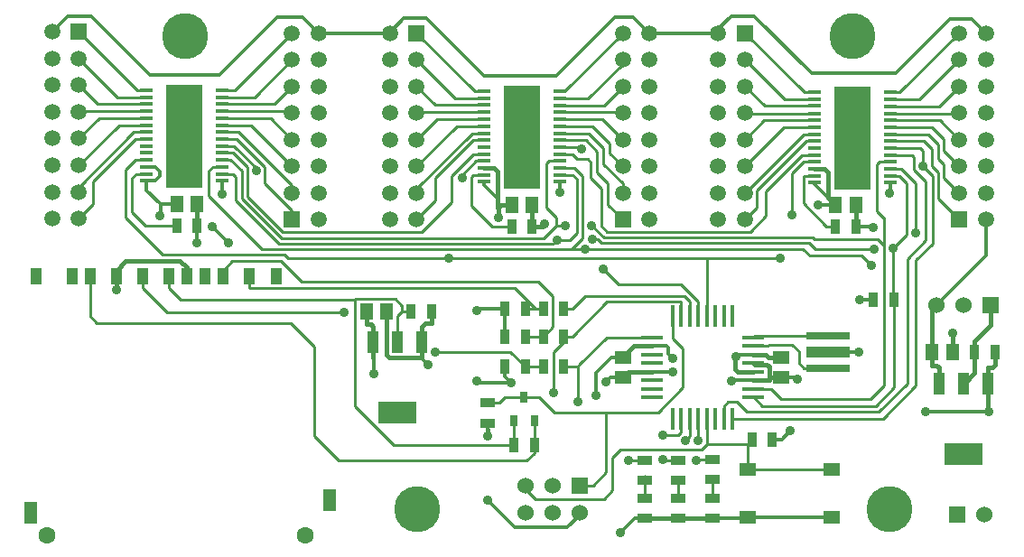
<source format=gtl>
G04 (created by PCBNEW (2013-07-07 BZR 4022)-stable) date 01/05/2014 03:57:46 PM*
%MOIN*%
G04 Gerber Fmt 3.4, Leading zero omitted, Abs format*
%FSLAX34Y34*%
G01*
G70*
G90*
G04 APERTURE LIST*
%ADD10C,0.00590551*%
%ADD11C,0.0590551*%
%ADD12R,0.0590551X0.0590551*%
%ADD13R,0.035X0.055*%
%ADD14R,0.06X0.06*%
%ADD15C,0.06*%
%ADD16R,0.161417X0.0275591*%
%ADD17R,0.161417X0.0393701*%
%ADD18R,0.05X0.016*%
%ADD19R,0.133858X0.38189*%
%ADD20R,0.0512X0.059*%
%ADD21R,0.059X0.0512*%
%ADD22R,0.144X0.08*%
%ADD23R,0.04X0.08*%
%ADD24R,0.055X0.035*%
%ADD25R,0.0315X0.0394*%
%ADD26R,0.0610236X0.0511811*%
%ADD27R,0.0787X0.0177*%
%ADD28R,0.0177X0.0787*%
%ADD29R,0.0393701X0.0590551*%
%ADD30R,0.0472441X0.0787402*%
%ADD31C,0.0629921*%
%ADD32C,0.17*%
%ADD33C,0.035*%
%ADD34C,0.01*%
%ADD35C,0.0137795*%
%ADD36C,0.015748*%
G04 APERTURE END LIST*
G54D10*
G54D11*
X68897Y-50748D03*
X69881Y-50748D03*
X68897Y-51732D03*
X69881Y-51732D03*
X68897Y-52716D03*
X69881Y-52716D03*
X68897Y-53700D03*
X69881Y-53700D03*
X68897Y-54685D03*
X69881Y-54685D03*
X68897Y-55669D03*
X69881Y-55669D03*
X68897Y-56653D03*
X69881Y-56653D03*
G54D12*
X68897Y-57637D03*
G54D11*
X69881Y-57637D03*
X73484Y-57637D03*
X72500Y-57637D03*
X73484Y-56653D03*
X72500Y-56653D03*
X73484Y-55669D03*
X72500Y-55669D03*
X73484Y-54685D03*
X72500Y-54685D03*
X73484Y-53700D03*
X72500Y-53700D03*
X73484Y-52716D03*
X72500Y-52716D03*
X73484Y-51732D03*
X72500Y-51732D03*
G54D12*
X73484Y-50748D03*
G54D11*
X72500Y-50748D03*
G54D13*
X89705Y-57893D03*
X88955Y-57893D03*
X90363Y-60610D03*
X91113Y-60610D03*
X65394Y-57854D03*
X64644Y-57854D03*
X77756Y-57893D03*
X77006Y-57893D03*
X85865Y-65748D03*
X86615Y-65748D03*
G54D14*
X79503Y-67452D03*
G54D15*
X79503Y-68452D03*
X78503Y-67452D03*
X78503Y-68452D03*
X77503Y-67452D03*
X77503Y-68452D03*
G54D14*
X93437Y-68523D03*
G54D15*
X94437Y-68523D03*
G54D16*
X88671Y-61938D03*
G54D17*
X88671Y-62529D03*
G54D16*
X88671Y-63120D03*
G54D18*
X66321Y-56197D03*
X66321Y-55947D03*
X66321Y-55687D03*
X66321Y-55427D03*
X66321Y-55177D03*
X66321Y-54917D03*
X66321Y-54657D03*
X66321Y-54407D03*
X66321Y-54147D03*
X66321Y-53897D03*
X66321Y-53637D03*
X66321Y-53377D03*
X66321Y-53127D03*
X66321Y-52867D03*
X63521Y-52867D03*
X63521Y-53127D03*
X63521Y-53367D03*
X63521Y-53637D03*
X63521Y-53897D03*
X63521Y-54147D03*
X63521Y-54407D03*
X63521Y-54657D03*
X63521Y-54917D03*
X63521Y-55177D03*
X63521Y-55427D03*
X63521Y-55687D03*
X63521Y-55947D03*
X63521Y-56197D03*
G54D19*
X64921Y-54547D03*
G54D18*
X78781Y-56236D03*
X78781Y-55986D03*
X78781Y-55726D03*
X78781Y-55466D03*
X78781Y-55216D03*
X78781Y-54956D03*
X78781Y-54696D03*
X78781Y-54446D03*
X78781Y-54186D03*
X78781Y-53936D03*
X78781Y-53676D03*
X78781Y-53416D03*
X78781Y-53166D03*
X78781Y-52906D03*
X75981Y-52906D03*
X75981Y-53166D03*
X75981Y-53406D03*
X75981Y-53676D03*
X75981Y-53936D03*
X75981Y-54186D03*
X75981Y-54446D03*
X75981Y-54696D03*
X75981Y-54956D03*
X75981Y-55216D03*
X75981Y-55466D03*
X75981Y-55726D03*
X75981Y-55986D03*
X75981Y-56236D03*
G54D19*
X77381Y-54586D03*
G54D18*
X90966Y-56275D03*
X90966Y-56025D03*
X90966Y-55765D03*
X90966Y-55505D03*
X90966Y-55255D03*
X90966Y-54995D03*
X90966Y-54735D03*
X90966Y-54485D03*
X90966Y-54225D03*
X90966Y-53975D03*
X90966Y-53715D03*
X90966Y-53455D03*
X90966Y-53205D03*
X90966Y-52945D03*
X88166Y-52945D03*
X88166Y-53205D03*
X88166Y-53445D03*
X88166Y-53715D03*
X88166Y-53975D03*
X88166Y-54225D03*
X88166Y-54485D03*
X88166Y-54735D03*
X88166Y-54995D03*
X88166Y-55255D03*
X88166Y-55505D03*
X88166Y-55765D03*
X88166Y-56025D03*
X88166Y-56275D03*
G54D19*
X89566Y-54625D03*
G54D20*
X88955Y-57106D03*
X89705Y-57106D03*
G54D21*
X81122Y-62715D03*
X81122Y-63465D03*
X86948Y-62715D03*
X86948Y-63465D03*
G54D20*
X65394Y-57066D03*
X64644Y-57066D03*
X77756Y-57106D03*
X77006Y-57106D03*
G54D11*
X61023Y-57598D03*
X60039Y-57598D03*
X61023Y-56614D03*
X60039Y-56614D03*
X61023Y-55629D03*
X60039Y-55629D03*
X61023Y-54645D03*
X60039Y-54645D03*
X61023Y-53661D03*
X60039Y-53661D03*
X61023Y-52677D03*
X60039Y-52677D03*
X61023Y-51692D03*
X60039Y-51692D03*
G54D12*
X61023Y-50708D03*
G54D11*
X60039Y-50708D03*
X81102Y-50748D03*
X82086Y-50748D03*
X81102Y-51732D03*
X82086Y-51732D03*
X81102Y-52716D03*
X82086Y-52716D03*
X81102Y-53700D03*
X82086Y-53700D03*
X81102Y-54685D03*
X82086Y-54685D03*
X81102Y-55669D03*
X82086Y-55669D03*
X81102Y-56653D03*
X82086Y-56653D03*
G54D12*
X81102Y-57637D03*
G54D11*
X82086Y-57637D03*
X85610Y-57637D03*
X84625Y-57637D03*
X85610Y-56653D03*
X84625Y-56653D03*
X85610Y-55669D03*
X84625Y-55669D03*
X85610Y-54685D03*
X84625Y-54685D03*
X85610Y-53700D03*
X84625Y-53700D03*
X85610Y-52716D03*
X84625Y-52716D03*
X85610Y-51732D03*
X84625Y-51732D03*
G54D12*
X85610Y-50748D03*
G54D11*
X84625Y-50748D03*
X93523Y-50748D03*
X94507Y-50748D03*
X93523Y-51732D03*
X94507Y-51732D03*
X93523Y-52716D03*
X94507Y-52716D03*
X93523Y-53700D03*
X94507Y-53700D03*
X93523Y-54685D03*
X94507Y-54685D03*
X93523Y-55669D03*
X94507Y-55669D03*
X93523Y-56653D03*
X94507Y-56653D03*
G54D12*
X93523Y-57637D03*
G54D11*
X94507Y-57637D03*
G54D22*
X93681Y-66280D03*
G54D23*
X93681Y-63680D03*
X92781Y-63680D03*
X94581Y-63680D03*
G54D22*
X72795Y-64764D03*
G54D23*
X72795Y-62164D03*
X71895Y-62164D03*
X73695Y-62164D03*
G54D24*
X76122Y-65158D03*
X76122Y-64408D03*
G54D13*
X77085Y-65964D03*
X77835Y-65964D03*
X77500Y-61948D03*
X76750Y-61948D03*
X78168Y-60925D03*
X78918Y-60925D03*
X77500Y-60925D03*
X76750Y-60925D03*
X78168Y-61948D03*
X78918Y-61948D03*
X77500Y-63051D03*
X76750Y-63051D03*
X78168Y-63051D03*
X78918Y-63051D03*
X73286Y-61023D03*
X74036Y-61023D03*
X94093Y-62539D03*
X94843Y-62539D03*
G54D24*
X84419Y-66495D03*
X84419Y-67245D03*
X83159Y-66514D03*
X83159Y-67264D03*
X81899Y-66514D03*
X81899Y-67264D03*
X84419Y-67922D03*
X84419Y-68672D03*
X83159Y-67922D03*
X83159Y-68672D03*
X81899Y-67922D03*
X81899Y-68672D03*
G54D14*
X94681Y-60807D03*
G54D15*
X93681Y-60807D03*
X92681Y-60807D03*
G54D20*
X71632Y-61023D03*
X72382Y-61023D03*
X92518Y-62539D03*
X93268Y-62539D03*
G54D25*
X77460Y-64192D03*
X77835Y-65058D03*
X77085Y-65058D03*
G54D26*
X88828Y-66850D03*
X88828Y-68622D03*
X85698Y-68622D03*
X85698Y-66850D03*
G54D27*
X85931Y-61997D03*
X85931Y-62312D03*
X85931Y-62627D03*
X85931Y-62942D03*
X85931Y-63257D03*
X85931Y-63572D03*
X85931Y-63887D03*
X85931Y-64202D03*
X82165Y-64200D03*
X82165Y-61990D03*
X82165Y-62310D03*
X82165Y-62630D03*
X82165Y-62940D03*
X82165Y-63260D03*
X82165Y-63570D03*
X82165Y-63890D03*
G54D28*
X85147Y-64990D03*
X84833Y-64990D03*
X84517Y-64990D03*
X84203Y-64990D03*
X83887Y-64990D03*
X83573Y-64990D03*
X83257Y-64990D03*
X82943Y-64990D03*
X85145Y-61210D03*
X84835Y-61210D03*
X84515Y-61210D03*
X84205Y-61210D03*
X83895Y-61210D03*
X83575Y-61210D03*
X83255Y-61210D03*
X82935Y-61210D03*
G54D29*
X67322Y-59720D03*
X66338Y-59720D03*
X65000Y-59720D03*
X64350Y-59720D03*
X63385Y-59720D03*
X62401Y-59720D03*
X61444Y-59720D03*
X60775Y-59720D03*
X68307Y-59720D03*
X59456Y-59720D03*
G54D30*
X59251Y-68464D03*
X70275Y-67992D03*
G54D29*
X65669Y-59720D03*
G54D31*
X69370Y-69291D03*
X59862Y-69291D03*
G54D32*
X64960Y-50866D03*
X89566Y-50866D03*
X73523Y-68326D03*
X90944Y-68326D03*
G54D33*
X91072Y-58710D03*
X90393Y-58730D03*
X79970Y-58356D03*
X78671Y-58385D03*
X83415Y-65787D03*
X82588Y-66505D03*
X83877Y-65787D03*
X83799Y-66545D03*
X86901Y-59062D03*
X87352Y-57450D03*
X74693Y-59062D03*
X75168Y-56096D03*
X92185Y-55659D03*
X79566Y-55039D03*
X67566Y-55832D03*
X78543Y-64015D03*
X82578Y-65590D03*
X81318Y-66535D03*
X79438Y-64360D03*
X79960Y-57854D03*
X78986Y-57874D03*
X74173Y-62514D03*
X70807Y-61054D03*
X87283Y-65433D03*
X80118Y-64133D03*
X76122Y-68011D03*
X89842Y-60580D03*
X88316Y-57106D03*
X71899Y-63326D03*
X76122Y-65620D03*
X64025Y-57509D03*
X65944Y-57893D03*
X66535Y-58484D03*
X82952Y-62775D03*
X85275Y-62696D03*
X76515Y-57565D03*
X91919Y-58120D03*
X90265Y-59330D03*
X79704Y-58730D03*
X80393Y-59468D03*
X81003Y-69212D03*
X92283Y-64724D03*
X87559Y-63543D03*
X89803Y-62539D03*
X90954Y-56663D03*
X75718Y-60994D03*
X73927Y-62982D03*
X75708Y-63612D03*
X80482Y-63631D03*
X76968Y-63661D03*
X90344Y-57942D03*
X82933Y-63248D03*
X85118Y-63582D03*
X78779Y-56614D03*
X66299Y-56692D03*
X65393Y-58503D03*
X62401Y-60236D03*
X93287Y-61830D03*
X94625Y-64744D03*
X78223Y-57811D03*
G54D34*
X90966Y-56025D02*
X91321Y-56025D01*
X91584Y-58198D02*
X91072Y-58710D01*
X91584Y-56289D02*
X91584Y-58198D01*
X91321Y-56025D02*
X91584Y-56289D01*
X91072Y-58710D02*
X91072Y-60569D01*
X91072Y-60569D02*
X91113Y-60610D01*
X80127Y-58356D02*
X80179Y-58356D01*
X79970Y-58356D02*
X80127Y-58356D01*
X88198Y-58730D02*
X90393Y-58730D01*
X88041Y-58572D02*
X88198Y-58730D01*
X87975Y-58507D02*
X88041Y-58572D01*
X80330Y-58507D02*
X87975Y-58507D01*
X80179Y-58356D02*
X80330Y-58507D01*
X91113Y-60610D02*
X91113Y-63837D01*
X91113Y-63837D02*
X90433Y-64517D01*
X85947Y-64202D02*
X86262Y-64517D01*
X86262Y-64517D02*
X90433Y-64517D01*
X85947Y-64202D02*
X85931Y-64202D01*
X79970Y-58356D02*
X80088Y-58356D01*
X79409Y-56135D02*
X79409Y-58129D01*
X79370Y-58169D02*
X79153Y-58385D01*
X78671Y-58385D02*
X79153Y-58385D01*
X79261Y-55986D02*
X78781Y-55986D01*
X79261Y-55986D02*
X79409Y-56135D01*
X79409Y-58129D02*
X79370Y-58169D01*
X78173Y-58537D02*
X78519Y-58537D01*
X79970Y-58356D02*
X79990Y-58375D01*
X78519Y-58537D02*
X78671Y-58385D01*
X78173Y-58537D02*
X78173Y-58537D01*
X66321Y-55947D02*
X66725Y-55947D01*
X68425Y-58537D02*
X68425Y-58537D01*
X66826Y-56938D02*
X68425Y-58537D01*
X66826Y-56048D02*
X66826Y-56938D01*
X66725Y-55947D02*
X66826Y-56048D01*
X78256Y-58537D02*
X78256Y-58537D01*
X68425Y-58537D02*
X68425Y-58537D01*
X68425Y-58537D02*
X78173Y-58537D01*
X78173Y-58537D02*
X78256Y-58537D01*
X83573Y-65629D02*
X83415Y-65787D01*
X82588Y-66505D02*
X82597Y-66514D01*
X83159Y-66514D02*
X82597Y-66514D01*
X83573Y-65629D02*
X83573Y-64990D01*
X83887Y-65777D02*
X83877Y-65787D01*
X83887Y-64990D02*
X83887Y-65777D01*
X83849Y-66495D02*
X84419Y-66495D01*
X83799Y-66545D02*
X83849Y-66495D01*
X87351Y-55921D02*
X87351Y-56829D01*
X88166Y-55505D02*
X87766Y-55505D01*
X87351Y-57449D02*
X87351Y-56829D01*
X87352Y-57450D02*
X87351Y-57449D01*
X87766Y-55505D02*
X87351Y-55921D01*
X86901Y-59062D02*
X84176Y-59062D01*
X74693Y-59062D02*
X84176Y-59062D01*
X84176Y-59062D02*
X84205Y-59091D01*
X64882Y-58937D02*
X68612Y-58937D01*
X62755Y-57578D02*
X64114Y-58937D01*
X64114Y-58937D02*
X64882Y-58937D01*
X63521Y-55427D02*
X63116Y-55427D01*
X62755Y-55787D02*
X62755Y-56811D01*
X63116Y-55427D02*
X62755Y-55787D01*
X62755Y-56811D02*
X62755Y-57578D01*
X68737Y-59062D02*
X74693Y-59062D01*
X68612Y-58937D02*
X68737Y-59062D01*
X74693Y-59062D02*
X74795Y-59062D01*
X74693Y-58937D02*
X74693Y-59062D01*
X75168Y-56096D02*
X75168Y-55995D01*
X75168Y-55995D02*
X75696Y-55466D01*
X75696Y-55466D02*
X75981Y-55466D01*
X84205Y-59091D02*
X84205Y-61210D01*
X79503Y-67452D02*
X80007Y-67452D01*
X80492Y-66968D02*
X80492Y-64753D01*
X80007Y-67452D02*
X80492Y-66968D01*
X77768Y-64192D02*
X78021Y-64192D01*
X77460Y-64192D02*
X77768Y-64192D01*
X76547Y-64408D02*
X76762Y-64192D01*
X76762Y-64192D02*
X77460Y-64192D01*
X76122Y-64408D02*
X76547Y-64408D01*
X82935Y-62020D02*
X83326Y-62411D01*
X83326Y-62411D02*
X83326Y-63838D01*
X82935Y-62020D02*
X82935Y-61210D01*
X82411Y-64753D02*
X83326Y-63838D01*
X78582Y-64753D02*
X79503Y-64753D01*
X79503Y-64753D02*
X80492Y-64753D01*
X80492Y-64753D02*
X80527Y-64753D01*
X80527Y-64753D02*
X82411Y-64753D01*
X78021Y-64192D02*
X78582Y-64753D01*
X92185Y-55659D02*
X92185Y-55108D01*
X92185Y-55108D02*
X92072Y-54995D01*
X92539Y-56013D02*
X92185Y-55659D01*
X85147Y-64990D02*
X90708Y-64990D01*
X92539Y-58513D02*
X92539Y-56072D01*
X91919Y-59133D02*
X92539Y-58513D01*
X91919Y-63779D02*
X91919Y-59133D01*
X90708Y-64990D02*
X91919Y-63779D01*
X92539Y-56072D02*
X92539Y-56013D01*
X90966Y-54995D02*
X91462Y-54995D01*
X92072Y-54995D02*
X91462Y-54995D01*
X92082Y-54995D02*
X92072Y-54995D01*
X79366Y-54956D02*
X79484Y-54956D01*
X79484Y-54956D02*
X79566Y-55039D01*
X79366Y-54956D02*
X78781Y-54956D01*
X67566Y-55832D02*
X67566Y-55719D01*
X67566Y-55719D02*
X66764Y-54917D01*
X66321Y-54917D02*
X66764Y-54917D01*
X78918Y-61948D02*
X78918Y-62164D01*
X78918Y-62164D02*
X78543Y-62539D01*
X78543Y-62539D02*
X78543Y-64015D01*
X80525Y-60666D02*
X79243Y-61948D01*
X83255Y-60666D02*
X80525Y-60666D01*
X83255Y-61210D02*
X83255Y-60666D01*
X78918Y-61948D02*
X79243Y-61948D01*
X83257Y-64990D02*
X83257Y-65482D01*
X83257Y-65482D02*
X83149Y-65590D01*
X83149Y-65590D02*
X82578Y-65590D01*
X81318Y-66535D02*
X81339Y-66514D01*
X81339Y-66514D02*
X81899Y-66514D01*
X85698Y-66850D02*
X88828Y-66850D01*
X84203Y-65944D02*
X85668Y-65944D01*
X85668Y-65944D02*
X85865Y-65748D01*
X85698Y-66850D02*
X85698Y-65914D01*
X85698Y-65914D02*
X85865Y-65748D01*
X83917Y-66122D02*
X81023Y-66122D01*
X84203Y-65944D02*
X84025Y-66122D01*
X84025Y-66122D02*
X83917Y-66122D01*
X84203Y-64990D02*
X84203Y-65835D01*
X84203Y-65835D02*
X84203Y-65944D01*
X77503Y-67582D02*
X77874Y-67952D01*
X77503Y-67582D02*
X77503Y-67452D01*
X80413Y-67952D02*
X77874Y-67952D01*
X80728Y-67637D02*
X80413Y-67952D01*
X80728Y-66417D02*
X80728Y-67637D01*
X81023Y-66122D02*
X80728Y-66417D01*
X79438Y-64360D02*
X79438Y-63051D01*
X78918Y-63051D02*
X79438Y-63051D01*
X79438Y-63051D02*
X79444Y-63051D01*
X81621Y-61990D02*
X81621Y-61990D01*
X81621Y-61990D02*
X80505Y-61990D01*
X80505Y-61990D02*
X79516Y-62979D01*
X81621Y-61990D02*
X82165Y-61990D01*
X79444Y-63051D02*
X79516Y-62979D01*
X90462Y-58375D02*
X90531Y-58375D01*
X90462Y-58375D02*
X88179Y-58375D01*
X88179Y-58375D02*
X88110Y-58307D01*
X88110Y-58307D02*
X80413Y-58307D01*
X80413Y-58307D02*
X79960Y-57854D01*
X78986Y-57874D02*
X78981Y-57868D01*
X78641Y-57868D02*
X78981Y-57868D01*
X90531Y-58375D02*
X90738Y-58582D01*
X90738Y-59192D02*
X90738Y-58582D01*
X90738Y-63769D02*
X90246Y-64261D01*
X90738Y-61535D02*
X90738Y-59192D01*
X90246Y-64271D02*
X90246Y-64261D01*
X86574Y-63887D02*
X86958Y-64271D01*
X86958Y-64271D02*
X90246Y-64271D01*
X86574Y-63887D02*
X85931Y-63887D01*
X90738Y-61535D02*
X90738Y-63769D01*
X90738Y-58582D02*
X90738Y-57578D01*
X90738Y-57578D02*
X90728Y-57568D01*
X90966Y-55505D02*
X90566Y-55505D01*
X90492Y-57332D02*
X90728Y-57568D01*
X90492Y-55580D02*
X90492Y-57332D01*
X90566Y-55505D02*
X90492Y-55580D01*
X78781Y-55466D02*
X78371Y-55466D01*
X78641Y-57568D02*
X78641Y-57868D01*
X78277Y-57204D02*
X78641Y-57568D01*
X78277Y-55561D02*
X78277Y-57204D01*
X78371Y-55466D02*
X78277Y-55561D01*
X78173Y-58337D02*
X78641Y-57868D01*
X78641Y-57868D02*
X78664Y-57846D01*
X68508Y-58337D02*
X78173Y-58337D01*
X67040Y-56870D02*
X68508Y-58337D01*
X67040Y-55841D02*
X67040Y-56870D01*
X66627Y-55427D02*
X67040Y-55841D01*
X66321Y-55427D02*
X66627Y-55427D01*
X78168Y-60925D02*
X78168Y-60925D01*
X77500Y-60925D02*
X77500Y-60925D01*
X78168Y-60925D02*
X77870Y-60925D01*
X77870Y-60925D02*
X77500Y-60925D01*
X77110Y-60165D02*
X67322Y-60165D01*
X77870Y-60925D02*
X77110Y-60165D01*
X67322Y-59720D02*
X67322Y-60165D01*
X66683Y-59173D02*
X68484Y-59173D01*
X69043Y-59732D02*
X69232Y-59921D01*
X69232Y-59921D02*
X77972Y-59921D01*
X77972Y-59921D02*
X78510Y-60459D01*
X78510Y-60459D02*
X78510Y-60604D01*
X66338Y-59720D02*
X66338Y-59517D01*
X66338Y-59517D02*
X66683Y-59173D01*
X78168Y-61948D02*
X78168Y-61948D01*
X78510Y-61607D02*
X78168Y-61948D01*
X78510Y-60604D02*
X78510Y-61607D01*
X68484Y-59173D02*
X69043Y-59732D01*
X78168Y-61948D02*
X77500Y-61948D01*
X77500Y-61948D02*
X77500Y-61948D01*
X61444Y-60165D02*
X61444Y-61208D01*
X61444Y-59720D02*
X61444Y-60165D01*
X70629Y-66535D02*
X69724Y-65629D01*
X69724Y-65629D02*
X69724Y-62322D01*
X69724Y-62322D02*
X68858Y-61456D01*
X68858Y-61456D02*
X61692Y-61456D01*
X77835Y-66258D02*
X77835Y-65964D01*
X77559Y-66535D02*
X71023Y-66535D01*
X77835Y-66258D02*
X77559Y-66535D01*
X71023Y-66535D02*
X70629Y-66535D01*
X61444Y-61208D02*
X61692Y-61456D01*
X77835Y-65058D02*
X77835Y-65964D01*
X78168Y-63051D02*
X78168Y-63051D01*
X78168Y-63051D02*
X77500Y-63051D01*
X77500Y-63051D02*
X77500Y-63051D01*
X77500Y-63051D02*
X77500Y-63051D01*
X64274Y-61054D02*
X63385Y-60165D01*
X70807Y-61054D02*
X64274Y-61054D01*
X63385Y-59720D02*
X63385Y-60165D01*
X76964Y-62514D02*
X74173Y-62514D01*
X77500Y-63051D02*
X76964Y-62514D01*
X91496Y-55255D02*
X91771Y-55255D01*
X90966Y-55255D02*
X91496Y-55255D01*
X91604Y-59084D02*
X91604Y-63690D01*
X92283Y-58405D02*
X91604Y-59084D01*
X92283Y-56220D02*
X92283Y-58405D01*
X91850Y-55787D02*
X92283Y-56220D01*
X91850Y-55334D02*
X91850Y-55787D01*
X91771Y-55255D02*
X91850Y-55334D01*
X84833Y-64516D02*
X84833Y-64990D01*
X84970Y-64379D02*
X84833Y-64516D01*
X85324Y-64379D02*
X84970Y-64379D01*
X85688Y-64744D02*
X85324Y-64379D01*
X90551Y-64744D02*
X85688Y-64744D01*
X91604Y-63690D02*
X90551Y-64744D01*
X83575Y-61210D02*
X83575Y-60666D01*
X78918Y-60925D02*
X79243Y-60925D01*
X79701Y-60466D02*
X79243Y-60925D01*
X83375Y-60466D02*
X79701Y-60466D01*
X83575Y-60666D02*
X83375Y-60466D01*
G54D35*
X86968Y-65748D02*
X86615Y-65748D01*
X87283Y-65433D02*
X86968Y-65748D01*
X81122Y-62715D02*
X80689Y-62715D01*
X80118Y-63287D02*
X80118Y-64133D01*
X80689Y-62715D02*
X80118Y-63287D01*
X79503Y-68452D02*
X79503Y-68547D01*
X77106Y-68996D02*
X76122Y-68011D01*
X79055Y-68996D02*
X77106Y-68996D01*
X79503Y-68547D02*
X79055Y-68996D01*
X88166Y-56275D02*
X88166Y-56317D01*
X88166Y-56317D02*
X88681Y-56831D01*
X75981Y-56236D02*
X75981Y-56355D01*
X75981Y-56355D02*
X76496Y-56870D01*
X90363Y-60610D02*
X89872Y-60610D01*
X89872Y-60610D02*
X89842Y-60580D01*
X88955Y-57106D02*
X88316Y-57106D01*
X71899Y-63326D02*
X71899Y-62747D01*
G54D36*
X71895Y-62743D02*
X71895Y-62164D01*
G54D35*
X71899Y-62747D02*
X71895Y-62743D01*
X76122Y-65158D02*
X76122Y-65374D01*
G54D36*
X76122Y-65620D02*
X76122Y-65383D01*
G54D35*
X76122Y-65374D02*
X76131Y-65383D01*
X76131Y-65383D02*
X76122Y-65383D01*
X64045Y-57490D02*
X64025Y-57509D01*
X65944Y-57893D02*
X66535Y-58484D01*
X64045Y-57490D02*
X64045Y-57066D01*
X82704Y-62310D02*
X82165Y-62310D01*
X82765Y-62372D02*
X82704Y-62310D01*
X82765Y-62588D02*
X82765Y-62372D01*
X82952Y-62775D02*
X82765Y-62588D01*
X85275Y-62696D02*
X85354Y-62696D01*
X85423Y-62627D02*
X85931Y-62627D01*
X85354Y-62696D02*
X85423Y-62627D01*
G54D36*
X85359Y-63257D02*
X85254Y-63153D01*
X85254Y-63153D02*
X85254Y-62731D01*
X85931Y-63257D02*
X85359Y-63257D01*
G54D35*
X85254Y-62717D02*
X85254Y-62731D01*
X85275Y-62696D02*
X85254Y-62717D01*
X63521Y-55687D02*
X63836Y-55687D01*
X63842Y-56197D02*
X63521Y-56197D01*
X64015Y-56023D02*
X63842Y-56197D01*
X64015Y-55866D02*
X64015Y-56023D01*
X63836Y-55687D02*
X64015Y-55866D01*
X63521Y-56197D02*
X63521Y-56552D01*
X63521Y-56552D02*
X64035Y-57066D01*
X64035Y-57066D02*
X64045Y-57066D01*
X64045Y-57066D02*
X64644Y-57066D01*
G54D36*
X75981Y-55726D02*
X76356Y-55726D01*
X76496Y-57188D02*
X76515Y-57208D01*
X76496Y-55866D02*
X76496Y-56870D01*
X76496Y-56870D02*
X76496Y-57188D01*
X76356Y-55726D02*
X76496Y-55866D01*
X88166Y-55765D02*
X88541Y-55765D01*
X88681Y-56831D02*
X88955Y-57106D01*
X88681Y-55905D02*
X88681Y-56831D01*
X88541Y-55765D02*
X88681Y-55905D01*
X76515Y-57208D02*
X76515Y-57565D01*
X71807Y-61497D02*
X71632Y-61497D01*
X71895Y-61875D02*
X71895Y-62164D01*
X71895Y-61875D02*
X71895Y-61585D01*
X71632Y-61023D02*
X71632Y-61497D01*
X71895Y-61585D02*
X71807Y-61497D01*
X86711Y-62715D02*
X86948Y-62715D01*
X86711Y-62715D02*
X86474Y-62715D01*
X81527Y-62310D02*
X81122Y-62715D01*
X82165Y-62310D02*
X81527Y-62310D01*
X86386Y-62627D02*
X85931Y-62627D01*
X86474Y-62715D02*
X86386Y-62627D01*
X77006Y-57106D02*
X76617Y-57106D01*
X76617Y-57106D02*
X76515Y-57208D01*
G54D35*
X69881Y-50748D02*
X69291Y-50157D01*
X60629Y-50118D02*
X60039Y-50708D01*
X61496Y-50118D02*
X60629Y-50118D01*
X63661Y-52283D02*
X61496Y-50118D01*
X66220Y-52283D02*
X63661Y-52283D01*
X68346Y-50157D02*
X66220Y-52283D01*
X69291Y-50157D02*
X68346Y-50157D01*
X72500Y-50748D02*
X69881Y-50748D01*
X72500Y-50748D02*
X72500Y-50728D01*
X81496Y-50157D02*
X82086Y-50748D01*
X80826Y-50157D02*
X81496Y-50157D01*
X78661Y-52322D02*
X80826Y-50157D01*
X75984Y-52322D02*
X78661Y-52322D01*
X73858Y-50196D02*
X75984Y-52322D01*
X73031Y-50196D02*
X73858Y-50196D01*
X72500Y-50728D02*
X73031Y-50196D01*
X84625Y-50748D02*
X82086Y-50748D01*
X84625Y-50748D02*
X84625Y-50610D01*
X93996Y-50236D02*
X94507Y-50748D01*
X93188Y-50236D02*
X93996Y-50236D01*
X91181Y-52244D02*
X93188Y-50236D01*
X88070Y-52244D02*
X91181Y-52244D01*
X85944Y-50118D02*
X88070Y-52244D01*
X85118Y-50118D02*
X85944Y-50118D01*
X84625Y-50610D02*
X85118Y-50118D01*
X92681Y-60807D02*
X92681Y-60783D01*
X94507Y-58956D02*
X94507Y-57637D01*
X92681Y-60783D02*
X94507Y-58956D01*
G54D36*
X92518Y-60969D02*
X92518Y-61991D01*
X92681Y-60807D02*
X92518Y-60969D01*
X92781Y-63101D02*
X92781Y-63680D01*
X92692Y-63013D02*
X92781Y-63101D01*
X92518Y-63013D02*
X92692Y-63013D01*
X92518Y-61991D02*
X92518Y-63013D01*
X92518Y-61991D02*
X92518Y-62539D01*
X92518Y-61991D02*
X92518Y-61991D01*
G54D34*
X77085Y-65058D02*
X77085Y-65964D01*
X73286Y-61023D02*
X72961Y-61023D01*
X72795Y-61189D02*
X72961Y-61023D01*
X72795Y-62164D02*
X72795Y-61189D01*
X64350Y-59720D02*
X64350Y-60165D01*
X72637Y-65964D02*
X77085Y-65964D01*
X71218Y-64545D02*
X72637Y-65964D01*
X71218Y-60583D02*
X71218Y-64545D01*
X71235Y-60566D02*
X71218Y-60583D01*
X72707Y-60566D02*
X71235Y-60566D01*
X72961Y-60820D02*
X72707Y-60566D01*
X72961Y-61023D02*
X72961Y-60820D01*
X64767Y-60583D02*
X64350Y-60165D01*
X71218Y-60583D02*
X64767Y-60583D01*
X91386Y-55765D02*
X91919Y-56299D01*
X91919Y-56299D02*
X91919Y-58120D01*
X90265Y-59330D02*
X89911Y-58976D01*
X89911Y-58976D02*
X88001Y-58976D01*
X88001Y-58976D02*
X87755Y-58730D01*
X80157Y-58730D02*
X87755Y-58730D01*
X79704Y-58730D02*
X80157Y-58730D01*
X91386Y-55765D02*
X90966Y-55765D01*
X80957Y-60031D02*
X82791Y-60031D01*
X83895Y-60666D02*
X83260Y-60031D01*
X83895Y-61210D02*
X83895Y-60666D01*
X83260Y-60031D02*
X82791Y-60031D01*
X79697Y-58737D02*
X79704Y-58730D01*
X80393Y-59468D02*
X80957Y-60031D01*
X79697Y-58737D02*
X79222Y-58737D01*
X79624Y-58335D02*
X79624Y-56042D01*
X79309Y-55726D02*
X78781Y-55726D01*
X79624Y-56042D02*
X79309Y-55726D01*
X79222Y-58737D02*
X79222Y-58737D01*
X79222Y-58737D02*
X78339Y-58737D01*
X79625Y-58334D02*
X79624Y-58335D01*
X79624Y-58335D02*
X79222Y-58737D01*
X66321Y-55687D02*
X65966Y-55687D01*
X68288Y-58737D02*
X68288Y-58737D01*
X67792Y-58737D02*
X68288Y-58737D01*
X65826Y-56771D02*
X67792Y-58737D01*
X65826Y-55826D02*
X65826Y-56771D01*
X65966Y-55687D02*
X65826Y-55826D01*
X78339Y-58737D02*
X78339Y-58737D01*
X68288Y-58737D02*
X68288Y-58737D01*
X68288Y-58737D02*
X78339Y-58737D01*
G54D35*
X81544Y-68672D02*
X81899Y-68672D01*
X81003Y-69212D02*
X81544Y-68672D01*
X84419Y-68672D02*
X85648Y-68672D01*
X85648Y-68672D02*
X85698Y-68622D01*
X88828Y-68622D02*
X85698Y-68622D01*
X92303Y-64744D02*
X94625Y-64744D01*
X92303Y-64744D02*
X92283Y-64724D01*
X86948Y-63465D02*
X87481Y-63465D01*
X87481Y-63465D02*
X87559Y-63543D01*
X88671Y-62529D02*
X89793Y-62529D01*
X89793Y-62529D02*
X89803Y-62539D01*
X90966Y-56275D02*
X90966Y-56651D01*
X90966Y-56651D02*
X90954Y-56663D01*
X76750Y-60925D02*
X75787Y-60925D01*
X75787Y-60925D02*
X75718Y-60994D01*
X76750Y-60925D02*
X76750Y-61948D01*
X73695Y-62743D02*
X73695Y-62750D01*
X73695Y-62750D02*
X73927Y-62982D01*
X75757Y-63661D02*
X76968Y-63661D01*
X75708Y-63612D02*
X75757Y-63661D01*
X81122Y-63465D02*
X80648Y-63465D01*
X80648Y-63465D02*
X80482Y-63631D01*
X76750Y-63051D02*
X76750Y-63443D01*
X76750Y-63443D02*
X76968Y-63661D01*
X90295Y-57893D02*
X89705Y-57893D01*
X90344Y-57942D02*
X90295Y-57893D01*
X85931Y-63572D02*
X85128Y-63572D01*
X82920Y-63260D02*
X82165Y-63260D01*
X82933Y-63248D02*
X82920Y-63260D01*
X85128Y-63572D02*
X85118Y-63582D01*
X86948Y-63465D02*
X86948Y-63484D01*
X78781Y-56611D02*
X78779Y-56614D01*
X78781Y-56533D02*
X78781Y-56611D01*
X78781Y-56236D02*
X78781Y-56533D01*
X78781Y-56533D02*
X78779Y-56535D01*
X66321Y-56197D02*
X66321Y-56670D01*
X66321Y-56670D02*
X66299Y-56692D01*
X65394Y-58502D02*
X65394Y-57854D01*
X65393Y-58503D02*
X65394Y-58502D01*
G54D36*
X62401Y-59720D02*
X62401Y-60236D01*
X62401Y-59720D02*
X62401Y-59527D01*
X65000Y-59409D02*
X65000Y-59720D01*
X64763Y-59173D02*
X65000Y-59409D01*
X62755Y-59173D02*
X64763Y-59173D01*
X62401Y-59527D02*
X62755Y-59173D01*
X77756Y-57893D02*
X78141Y-57893D01*
X78141Y-57893D02*
X78223Y-57811D01*
X94843Y-62993D02*
X94843Y-62766D01*
X94735Y-63101D02*
X94843Y-62993D01*
X94581Y-63101D02*
X94735Y-63101D01*
X94581Y-63680D02*
X94581Y-63101D01*
X94843Y-62766D02*
X94843Y-62539D01*
X94843Y-62766D02*
X94843Y-62539D01*
X94843Y-62766D02*
X94843Y-62766D01*
X93268Y-62539D02*
X93268Y-62194D01*
X93268Y-61849D02*
X93287Y-61830D01*
X93268Y-62194D02*
X93268Y-61849D01*
X93268Y-62194D02*
X93268Y-62539D01*
X93268Y-62194D02*
X93268Y-62194D01*
X73695Y-62164D02*
X73695Y-62743D01*
X72494Y-62743D02*
X73695Y-62743D01*
X72382Y-62631D02*
X72494Y-62743D01*
X72382Y-61023D02*
X72382Y-62631D01*
X94581Y-63680D02*
X94581Y-64699D01*
X94581Y-64699D02*
X94625Y-64744D01*
X81899Y-68672D02*
X83159Y-68672D01*
X83159Y-68672D02*
X84419Y-68672D01*
X73803Y-61477D02*
X73695Y-61585D01*
X74036Y-61477D02*
X73803Y-61477D01*
X73695Y-62164D02*
X73695Y-61585D01*
X74036Y-61023D02*
X74036Y-61250D01*
X74036Y-61250D02*
X74036Y-61477D01*
X81327Y-63260D02*
X82165Y-63260D01*
X81122Y-63465D02*
X81327Y-63260D01*
X86948Y-63465D02*
X86507Y-63465D01*
X86503Y-63468D02*
X86507Y-63465D01*
X86503Y-63572D02*
X86503Y-63468D01*
X85979Y-62990D02*
X85931Y-62942D01*
X86419Y-62990D02*
X85979Y-62990D01*
X86507Y-63077D02*
X86419Y-62990D01*
X86507Y-63465D02*
X86507Y-63077D01*
X86153Y-63572D02*
X86503Y-63572D01*
X86153Y-63572D02*
X85931Y-63572D01*
X89705Y-57106D02*
X89705Y-57893D01*
X77756Y-57106D02*
X77756Y-57893D01*
X65394Y-57066D02*
X65394Y-57854D01*
X93362Y-61830D02*
X93287Y-61830D01*
G54D34*
X86055Y-57192D02*
X85610Y-57637D01*
X86055Y-56548D02*
X86055Y-57192D01*
X87867Y-54735D02*
X86055Y-56548D01*
X88166Y-54735D02*
X87867Y-54735D01*
X87766Y-54496D02*
X85610Y-56653D01*
X87766Y-54485D02*
X87766Y-54496D01*
X88166Y-54485D02*
X87766Y-54485D01*
X87053Y-54225D02*
X88166Y-54225D01*
X85610Y-55669D02*
X87053Y-54225D01*
X86319Y-53975D02*
X85610Y-54685D01*
X88166Y-53975D02*
X86319Y-53975D01*
X85625Y-53715D02*
X85610Y-53700D01*
X88166Y-53715D02*
X85625Y-53715D01*
X86339Y-53445D02*
X85610Y-52716D01*
X88166Y-53445D02*
X86339Y-53445D01*
X90966Y-54225D02*
X92523Y-54225D01*
X92962Y-55108D02*
X93523Y-55669D01*
X92962Y-54665D02*
X92962Y-55108D01*
X92523Y-54225D02*
X92962Y-54665D01*
X88166Y-52945D02*
X87808Y-52945D01*
X87808Y-52945D02*
X85610Y-50748D01*
X90966Y-54735D02*
X92226Y-54735D01*
X92739Y-56853D02*
X93523Y-57637D01*
X92739Y-55898D02*
X92739Y-56853D01*
X92519Y-55679D02*
X92739Y-55898D01*
X92519Y-55029D02*
X92519Y-55679D01*
X92226Y-54735D02*
X92519Y-55029D01*
X90966Y-54485D02*
X92369Y-54485D01*
X92962Y-56092D02*
X93523Y-56653D01*
X92962Y-55600D02*
X92962Y-56092D01*
X92746Y-55383D02*
X92962Y-55600D01*
X92746Y-54862D02*
X92746Y-55383D01*
X92369Y-54485D02*
X92746Y-54862D01*
X75981Y-55216D02*
X75581Y-55216D01*
X66321Y-55177D02*
X66721Y-55177D01*
X74776Y-56022D02*
X75581Y-55216D01*
X74776Y-56982D02*
X74776Y-56022D01*
X73675Y-58083D02*
X74776Y-56982D01*
X68537Y-58083D02*
X73675Y-58083D01*
X67240Y-56787D02*
X68537Y-58083D01*
X67240Y-55696D02*
X67240Y-56787D01*
X66721Y-55177D02*
X67240Y-55696D01*
X87766Y-57029D02*
X88630Y-57893D01*
X87766Y-56025D02*
X87766Y-57029D01*
X88166Y-56025D02*
X87766Y-56025D01*
X88955Y-57893D02*
X88630Y-57893D01*
X75981Y-55986D02*
X75588Y-55986D01*
X76279Y-57893D02*
X77006Y-57893D01*
X75511Y-57125D02*
X76279Y-57893D01*
X75511Y-56062D02*
X75511Y-57125D01*
X75588Y-55986D02*
X75511Y-56062D01*
X79801Y-55395D02*
X79411Y-55395D01*
X79153Y-55216D02*
X78781Y-55216D01*
X79232Y-55216D02*
X79153Y-55216D01*
X79411Y-55395D02*
X79232Y-55216D01*
X85810Y-58086D02*
X81887Y-58086D01*
X86394Y-57503D02*
X85810Y-58086D01*
X86394Y-56593D02*
X86394Y-57503D01*
X87731Y-55255D02*
X86394Y-56593D01*
X87731Y-55255D02*
X88166Y-55255D01*
X80527Y-58086D02*
X81887Y-58086D01*
X80314Y-57874D02*
X80527Y-58086D01*
X80314Y-56496D02*
X80314Y-57874D01*
X79921Y-56102D02*
X80314Y-56496D01*
X79921Y-55514D02*
X79921Y-56102D01*
X79799Y-55393D02*
X79801Y-55395D01*
X79801Y-55395D02*
X79921Y-55514D01*
X85931Y-62312D02*
X86447Y-62312D01*
X87785Y-63120D02*
X88671Y-63120D01*
X87598Y-62933D02*
X87785Y-63120D01*
X87598Y-62490D02*
X87598Y-62933D01*
X87362Y-62253D02*
X87598Y-62490D01*
X86505Y-62253D02*
X87362Y-62253D01*
X86447Y-62312D02*
X86505Y-62253D01*
X88671Y-61938D02*
X85990Y-61938D01*
X85990Y-61938D02*
X85931Y-61997D01*
X62992Y-56526D02*
X62992Y-57352D01*
X63147Y-55947D02*
X62992Y-56102D01*
X62992Y-56102D02*
X62992Y-56526D01*
X63521Y-55947D02*
X63147Y-55947D01*
X63494Y-57854D02*
X64644Y-57854D01*
X62992Y-57352D02*
X63494Y-57854D01*
X64319Y-57854D02*
X64644Y-57854D01*
G54D36*
X94093Y-63307D02*
X94093Y-62717D01*
X93721Y-63680D02*
X94093Y-63307D01*
X93681Y-63680D02*
X93721Y-63680D01*
X94681Y-61539D02*
X94681Y-60807D01*
X94093Y-62126D02*
X94681Y-61539D01*
X94093Y-62717D02*
X94093Y-62126D01*
X94093Y-62717D02*
X94093Y-62539D01*
X94093Y-62717D02*
X94093Y-62717D01*
G54D34*
X66321Y-52867D02*
X66721Y-52867D01*
X66778Y-52867D02*
X68897Y-50748D01*
X66721Y-52867D02*
X66778Y-52867D01*
X87083Y-53205D02*
X85610Y-51732D01*
X88166Y-53205D02*
X87083Y-53205D01*
X67502Y-53127D02*
X68897Y-51732D01*
X66321Y-53127D02*
X67502Y-53127D01*
X68236Y-53377D02*
X68897Y-52716D01*
X66321Y-53377D02*
X68236Y-53377D01*
X68834Y-53637D02*
X68897Y-53700D01*
X66321Y-53637D02*
X68834Y-53637D01*
X68109Y-53897D02*
X68897Y-54685D01*
X66321Y-53897D02*
X68109Y-53897D01*
X67375Y-54147D02*
X68897Y-55669D01*
X66321Y-54147D02*
X67375Y-54147D01*
X66321Y-54407D02*
X66721Y-54407D01*
X66926Y-54407D02*
X66721Y-54407D01*
X68897Y-56378D02*
X66926Y-54407D01*
X68897Y-56653D02*
X68897Y-56378D01*
X68897Y-57637D02*
X68897Y-57303D01*
X68786Y-57192D02*
X67891Y-56297D01*
X67891Y-56297D02*
X67891Y-55698D01*
X67891Y-55698D02*
X66850Y-54657D01*
X66850Y-54657D02*
X66321Y-54657D01*
X68897Y-57303D02*
X68786Y-57192D01*
X61562Y-57059D02*
X61023Y-57598D01*
X61562Y-56215D02*
X61562Y-57059D01*
X63121Y-54657D02*
X61562Y-56215D01*
X63521Y-54657D02*
X63121Y-54657D01*
X78781Y-53166D02*
X79825Y-53166D01*
X81102Y-51889D02*
X81102Y-51732D01*
X79825Y-53166D02*
X81102Y-51889D01*
X78781Y-54696D02*
X79735Y-54696D01*
X80551Y-57086D02*
X81102Y-57637D01*
X80551Y-56299D02*
X80551Y-57086D01*
X80157Y-55905D02*
X80551Y-56299D01*
X80157Y-55118D02*
X80157Y-55905D01*
X79735Y-54696D02*
X80157Y-55118D01*
X92814Y-53975D02*
X93523Y-54685D01*
X90966Y-53975D02*
X92814Y-53975D01*
X78781Y-54446D02*
X79840Y-54446D01*
X81102Y-56299D02*
X81102Y-56653D01*
X80393Y-55590D02*
X81102Y-56299D01*
X80393Y-55000D02*
X80393Y-55590D01*
X79840Y-54446D02*
X80393Y-55000D01*
X78781Y-54186D02*
X79974Y-54186D01*
X80629Y-55196D02*
X81102Y-55669D01*
X80629Y-54842D02*
X80629Y-55196D01*
X79974Y-54186D02*
X80629Y-54842D01*
X80353Y-53936D02*
X81102Y-54685D01*
X78781Y-53936D02*
X80353Y-53936D01*
X81078Y-53676D02*
X81102Y-53700D01*
X78781Y-53676D02*
X81078Y-53676D01*
X80402Y-53416D02*
X81102Y-52716D01*
X78781Y-53416D02*
X80402Y-53416D01*
X61023Y-56446D02*
X61023Y-56614D01*
X63063Y-54407D02*
X61023Y-56446D01*
X63521Y-54407D02*
X63063Y-54407D01*
X78781Y-52906D02*
X78943Y-52906D01*
X78943Y-52906D02*
X81102Y-50748D01*
X75981Y-54696D02*
X75581Y-54696D01*
X74190Y-56931D02*
X73484Y-57637D01*
X74190Y-56087D02*
X74190Y-56931D01*
X75581Y-54696D02*
X74190Y-56087D01*
X73484Y-56509D02*
X73484Y-56653D01*
X75547Y-54446D02*
X73484Y-56509D01*
X75981Y-54446D02*
X75547Y-54446D01*
X74966Y-54186D02*
X73484Y-55669D01*
X75981Y-54186D02*
X74966Y-54186D01*
X93508Y-53715D02*
X93523Y-53700D01*
X90966Y-53715D02*
X93508Y-53715D01*
X74232Y-53936D02*
X73484Y-54685D01*
X75981Y-53936D02*
X74232Y-53936D01*
X73508Y-53676D02*
X73484Y-53700D01*
X75981Y-53676D02*
X73508Y-53676D01*
X74174Y-53406D02*
X73484Y-52716D01*
X75981Y-53406D02*
X74174Y-53406D01*
X74918Y-53166D02*
X73484Y-51732D01*
X75981Y-53166D02*
X74918Y-53166D01*
X75981Y-52906D02*
X75642Y-52906D01*
X75642Y-52906D02*
X73484Y-50748D01*
X81899Y-67264D02*
X81899Y-67922D01*
X81899Y-67922D02*
X81899Y-67922D01*
X81899Y-67097D02*
X81899Y-67097D01*
X83159Y-67264D02*
X83159Y-67922D01*
X83159Y-67922D02*
X83159Y-67922D01*
X83159Y-67176D02*
X83159Y-67175D01*
X84419Y-67245D02*
X84419Y-67922D01*
X84419Y-67922D02*
X84419Y-67922D01*
X84419Y-67176D02*
X84419Y-67175D01*
X92784Y-53455D02*
X93523Y-52716D01*
X90966Y-53455D02*
X92784Y-53455D01*
X62506Y-54147D02*
X61023Y-55629D01*
X63521Y-54147D02*
X62506Y-54147D01*
X61772Y-53897D02*
X61023Y-54645D01*
X63521Y-53897D02*
X61772Y-53897D01*
X61047Y-53637D02*
X61023Y-53661D01*
X63521Y-53637D02*
X61047Y-53637D01*
X61713Y-53367D02*
X61023Y-52677D01*
X63521Y-53367D02*
X61713Y-53367D01*
X62457Y-53127D02*
X61023Y-51692D01*
X63521Y-53127D02*
X62457Y-53127D01*
X61023Y-50708D02*
X63188Y-52874D01*
X63514Y-52874D02*
X63521Y-52867D01*
X63188Y-52874D02*
X63514Y-52874D01*
X90966Y-53205D02*
X92049Y-53205D01*
X92049Y-53205D02*
X93523Y-51732D01*
X90966Y-52945D02*
X91325Y-52945D01*
X91325Y-52945D02*
X93523Y-50748D01*
M02*

</source>
